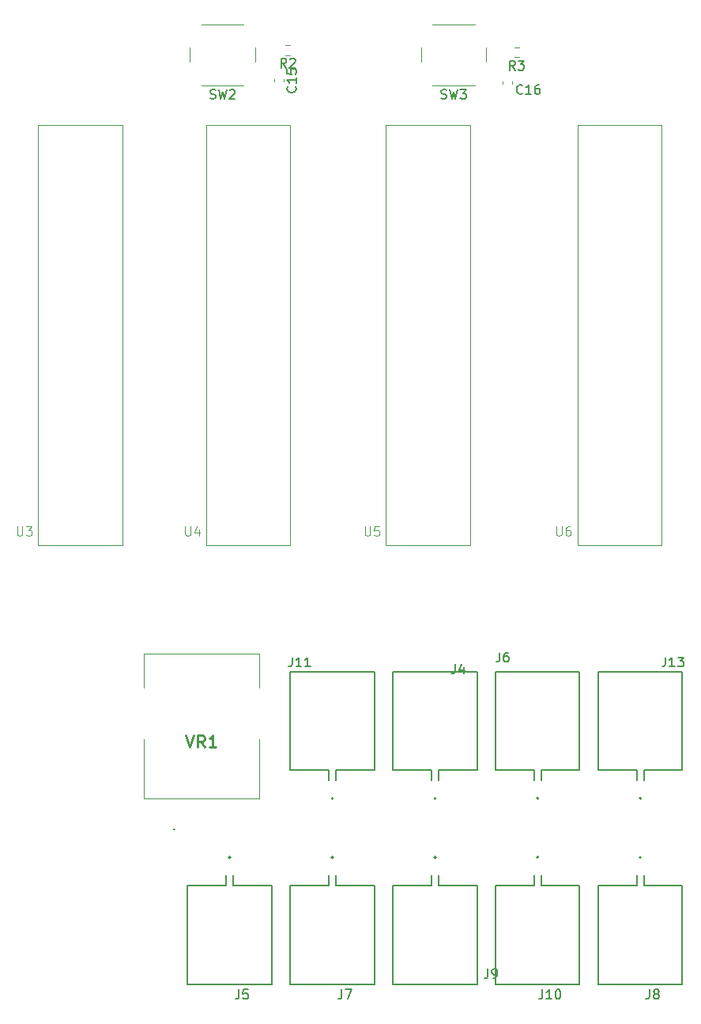
<source format=gbr>
%TF.GenerationSoftware,KiCad,Pcbnew,8.0.8*%
%TF.CreationDate,2025-01-25T01:21:00+01:00*%
%TF.ProjectId,aware01_h7,61776172-6530-4315-9f68-372e6b696361,rev?*%
%TF.SameCoordinates,Original*%
%TF.FileFunction,Legend,Top*%
%TF.FilePolarity,Positive*%
%FSLAX46Y46*%
G04 Gerber Fmt 4.6, Leading zero omitted, Abs format (unit mm)*
G04 Created by KiCad (PCBNEW 8.0.8) date 2025-01-25 01:21:00*
%MOMM*%
%LPD*%
G01*
G04 APERTURE LIST*
%ADD10C,0.100000*%
%ADD11C,0.150000*%
%ADD12C,0.254000*%
%ADD13C,0.120000*%
%ADD14C,0.127000*%
%ADD15C,0.200000*%
G04 APERTURE END LIST*
D10*
X181738095Y-93457419D02*
X181738095Y-94266942D01*
X181738095Y-94266942D02*
X181785714Y-94362180D01*
X181785714Y-94362180D02*
X181833333Y-94409800D01*
X181833333Y-94409800D02*
X181928571Y-94457419D01*
X181928571Y-94457419D02*
X182119047Y-94457419D01*
X182119047Y-94457419D02*
X182214285Y-94409800D01*
X182214285Y-94409800D02*
X182261904Y-94362180D01*
X182261904Y-94362180D02*
X182309523Y-94266942D01*
X182309523Y-94266942D02*
X182309523Y-93457419D01*
X183214285Y-93790752D02*
X183214285Y-94457419D01*
X182976190Y-93409800D02*
X182738095Y-94124085D01*
X182738095Y-94124085D02*
X183357142Y-94124085D01*
X221488095Y-93457419D02*
X221488095Y-94266942D01*
X221488095Y-94266942D02*
X221535714Y-94362180D01*
X221535714Y-94362180D02*
X221583333Y-94409800D01*
X221583333Y-94409800D02*
X221678571Y-94457419D01*
X221678571Y-94457419D02*
X221869047Y-94457419D01*
X221869047Y-94457419D02*
X221964285Y-94409800D01*
X221964285Y-94409800D02*
X222011904Y-94362180D01*
X222011904Y-94362180D02*
X222059523Y-94266942D01*
X222059523Y-94266942D02*
X222059523Y-93457419D01*
X222964285Y-93457419D02*
X222773809Y-93457419D01*
X222773809Y-93457419D02*
X222678571Y-93505038D01*
X222678571Y-93505038D02*
X222630952Y-93552657D01*
X222630952Y-93552657D02*
X222535714Y-93695514D01*
X222535714Y-93695514D02*
X222488095Y-93885990D01*
X222488095Y-93885990D02*
X222488095Y-94266942D01*
X222488095Y-94266942D02*
X222535714Y-94362180D01*
X222535714Y-94362180D02*
X222583333Y-94409800D01*
X222583333Y-94409800D02*
X222678571Y-94457419D01*
X222678571Y-94457419D02*
X222869047Y-94457419D01*
X222869047Y-94457419D02*
X222964285Y-94409800D01*
X222964285Y-94409800D02*
X223011904Y-94362180D01*
X223011904Y-94362180D02*
X223059523Y-94266942D01*
X223059523Y-94266942D02*
X223059523Y-94028847D01*
X223059523Y-94028847D02*
X223011904Y-93933609D01*
X223011904Y-93933609D02*
X222964285Y-93885990D01*
X222964285Y-93885990D02*
X222869047Y-93838371D01*
X222869047Y-93838371D02*
X222678571Y-93838371D01*
X222678571Y-93838371D02*
X222583333Y-93885990D01*
X222583333Y-93885990D02*
X222535714Y-93933609D01*
X222535714Y-93933609D02*
X222488095Y-94028847D01*
D11*
X193539580Y-46392857D02*
X193587200Y-46440476D01*
X193587200Y-46440476D02*
X193634819Y-46583333D01*
X193634819Y-46583333D02*
X193634819Y-46678571D01*
X193634819Y-46678571D02*
X193587200Y-46821428D01*
X193587200Y-46821428D02*
X193491961Y-46916666D01*
X193491961Y-46916666D02*
X193396723Y-46964285D01*
X193396723Y-46964285D02*
X193206247Y-47011904D01*
X193206247Y-47011904D02*
X193063390Y-47011904D01*
X193063390Y-47011904D02*
X192872914Y-46964285D01*
X192872914Y-46964285D02*
X192777676Y-46916666D01*
X192777676Y-46916666D02*
X192682438Y-46821428D01*
X192682438Y-46821428D02*
X192634819Y-46678571D01*
X192634819Y-46678571D02*
X192634819Y-46583333D01*
X192634819Y-46583333D02*
X192682438Y-46440476D01*
X192682438Y-46440476D02*
X192730057Y-46392857D01*
X193634819Y-45440476D02*
X193634819Y-46011904D01*
X193634819Y-45726190D02*
X192634819Y-45726190D01*
X192634819Y-45726190D02*
X192777676Y-45821428D01*
X192777676Y-45821428D02*
X192872914Y-45916666D01*
X192872914Y-45916666D02*
X192920533Y-46011904D01*
X192634819Y-44535714D02*
X192634819Y-45011904D01*
X192634819Y-45011904D02*
X193111009Y-45059523D01*
X193111009Y-45059523D02*
X193063390Y-45011904D01*
X193063390Y-45011904D02*
X193015771Y-44916666D01*
X193015771Y-44916666D02*
X193015771Y-44678571D01*
X193015771Y-44678571D02*
X193063390Y-44583333D01*
X193063390Y-44583333D02*
X193111009Y-44535714D01*
X193111009Y-44535714D02*
X193206247Y-44488095D01*
X193206247Y-44488095D02*
X193444342Y-44488095D01*
X193444342Y-44488095D02*
X193539580Y-44535714D01*
X193539580Y-44535714D02*
X193587200Y-44583333D01*
X193587200Y-44583333D02*
X193634819Y-44678571D01*
X193634819Y-44678571D02*
X193634819Y-44916666D01*
X193634819Y-44916666D02*
X193587200Y-45011904D01*
X193587200Y-45011904D02*
X193539580Y-45059523D01*
X214166666Y-140794819D02*
X214166666Y-141509104D01*
X214166666Y-141509104D02*
X214119047Y-141651961D01*
X214119047Y-141651961D02*
X214023809Y-141747200D01*
X214023809Y-141747200D02*
X213880952Y-141794819D01*
X213880952Y-141794819D02*
X213785714Y-141794819D01*
X214690476Y-141794819D02*
X214880952Y-141794819D01*
X214880952Y-141794819D02*
X214976190Y-141747200D01*
X214976190Y-141747200D02*
X215023809Y-141699580D01*
X215023809Y-141699580D02*
X215119047Y-141556723D01*
X215119047Y-141556723D02*
X215166666Y-141366247D01*
X215166666Y-141366247D02*
X215166666Y-140985295D01*
X215166666Y-140985295D02*
X215119047Y-140890057D01*
X215119047Y-140890057D02*
X215071428Y-140842438D01*
X215071428Y-140842438D02*
X214976190Y-140794819D01*
X214976190Y-140794819D02*
X214785714Y-140794819D01*
X214785714Y-140794819D02*
X214690476Y-140842438D01*
X214690476Y-140842438D02*
X214642857Y-140890057D01*
X214642857Y-140890057D02*
X214595238Y-140985295D01*
X214595238Y-140985295D02*
X214595238Y-141223390D01*
X214595238Y-141223390D02*
X214642857Y-141318628D01*
X214642857Y-141318628D02*
X214690476Y-141366247D01*
X214690476Y-141366247D02*
X214785714Y-141413866D01*
X214785714Y-141413866D02*
X214976190Y-141413866D01*
X214976190Y-141413866D02*
X215071428Y-141366247D01*
X215071428Y-141366247D02*
X215119047Y-141318628D01*
X215119047Y-141318628D02*
X215166666Y-141223390D01*
X217857142Y-47109580D02*
X217809523Y-47157200D01*
X217809523Y-47157200D02*
X217666666Y-47204819D01*
X217666666Y-47204819D02*
X217571428Y-47204819D01*
X217571428Y-47204819D02*
X217428571Y-47157200D01*
X217428571Y-47157200D02*
X217333333Y-47061961D01*
X217333333Y-47061961D02*
X217285714Y-46966723D01*
X217285714Y-46966723D02*
X217238095Y-46776247D01*
X217238095Y-46776247D02*
X217238095Y-46633390D01*
X217238095Y-46633390D02*
X217285714Y-46442914D01*
X217285714Y-46442914D02*
X217333333Y-46347676D01*
X217333333Y-46347676D02*
X217428571Y-46252438D01*
X217428571Y-46252438D02*
X217571428Y-46204819D01*
X217571428Y-46204819D02*
X217666666Y-46204819D01*
X217666666Y-46204819D02*
X217809523Y-46252438D01*
X217809523Y-46252438D02*
X217857142Y-46300057D01*
X218809523Y-47204819D02*
X218238095Y-47204819D01*
X218523809Y-47204819D02*
X218523809Y-46204819D01*
X218523809Y-46204819D02*
X218428571Y-46347676D01*
X218428571Y-46347676D02*
X218333333Y-46442914D01*
X218333333Y-46442914D02*
X218238095Y-46490533D01*
X219666666Y-46204819D02*
X219476190Y-46204819D01*
X219476190Y-46204819D02*
X219380952Y-46252438D01*
X219380952Y-46252438D02*
X219333333Y-46300057D01*
X219333333Y-46300057D02*
X219238095Y-46442914D01*
X219238095Y-46442914D02*
X219190476Y-46633390D01*
X219190476Y-46633390D02*
X219190476Y-47014342D01*
X219190476Y-47014342D02*
X219238095Y-47109580D01*
X219238095Y-47109580D02*
X219285714Y-47157200D01*
X219285714Y-47157200D02*
X219380952Y-47204819D01*
X219380952Y-47204819D02*
X219571428Y-47204819D01*
X219571428Y-47204819D02*
X219666666Y-47157200D01*
X219666666Y-47157200D02*
X219714285Y-47109580D01*
X219714285Y-47109580D02*
X219761904Y-47014342D01*
X219761904Y-47014342D02*
X219761904Y-46776247D01*
X219761904Y-46776247D02*
X219714285Y-46681009D01*
X219714285Y-46681009D02*
X219666666Y-46633390D01*
X219666666Y-46633390D02*
X219571428Y-46585771D01*
X219571428Y-46585771D02*
X219380952Y-46585771D01*
X219380952Y-46585771D02*
X219285714Y-46633390D01*
X219285714Y-46633390D02*
X219238095Y-46681009D01*
X219238095Y-46681009D02*
X219190476Y-46776247D01*
X209166667Y-47657200D02*
X209309524Y-47704819D01*
X209309524Y-47704819D02*
X209547619Y-47704819D01*
X209547619Y-47704819D02*
X209642857Y-47657200D01*
X209642857Y-47657200D02*
X209690476Y-47609580D01*
X209690476Y-47609580D02*
X209738095Y-47514342D01*
X209738095Y-47514342D02*
X209738095Y-47419104D01*
X209738095Y-47419104D02*
X209690476Y-47323866D01*
X209690476Y-47323866D02*
X209642857Y-47276247D01*
X209642857Y-47276247D02*
X209547619Y-47228628D01*
X209547619Y-47228628D02*
X209357143Y-47181009D01*
X209357143Y-47181009D02*
X209261905Y-47133390D01*
X209261905Y-47133390D02*
X209214286Y-47085771D01*
X209214286Y-47085771D02*
X209166667Y-46990533D01*
X209166667Y-46990533D02*
X209166667Y-46895295D01*
X209166667Y-46895295D02*
X209214286Y-46800057D01*
X209214286Y-46800057D02*
X209261905Y-46752438D01*
X209261905Y-46752438D02*
X209357143Y-46704819D01*
X209357143Y-46704819D02*
X209595238Y-46704819D01*
X209595238Y-46704819D02*
X209738095Y-46752438D01*
X210071429Y-46704819D02*
X210309524Y-47704819D01*
X210309524Y-47704819D02*
X210500000Y-46990533D01*
X210500000Y-46990533D02*
X210690476Y-47704819D01*
X210690476Y-47704819D02*
X210928572Y-46704819D01*
X211214286Y-46704819D02*
X211833333Y-46704819D01*
X211833333Y-46704819D02*
X211500000Y-47085771D01*
X211500000Y-47085771D02*
X211642857Y-47085771D01*
X211642857Y-47085771D02*
X211738095Y-47133390D01*
X211738095Y-47133390D02*
X211785714Y-47181009D01*
X211785714Y-47181009D02*
X211833333Y-47276247D01*
X211833333Y-47276247D02*
X211833333Y-47514342D01*
X211833333Y-47514342D02*
X211785714Y-47609580D01*
X211785714Y-47609580D02*
X211738095Y-47657200D01*
X211738095Y-47657200D02*
X211642857Y-47704819D01*
X211642857Y-47704819D02*
X211357143Y-47704819D01*
X211357143Y-47704819D02*
X211261905Y-47657200D01*
X211261905Y-47657200D02*
X211214286Y-47609580D01*
D12*
X181836905Y-115804318D02*
X182260238Y-117074318D01*
X182260238Y-117074318D02*
X182683572Y-115804318D01*
X183832619Y-117074318D02*
X183409285Y-116469556D01*
X183106904Y-117074318D02*
X183106904Y-115804318D01*
X183106904Y-115804318D02*
X183590714Y-115804318D01*
X183590714Y-115804318D02*
X183711666Y-115864794D01*
X183711666Y-115864794D02*
X183772143Y-115925270D01*
X183772143Y-115925270D02*
X183832619Y-116046222D01*
X183832619Y-116046222D02*
X183832619Y-116227651D01*
X183832619Y-116227651D02*
X183772143Y-116348603D01*
X183772143Y-116348603D02*
X183711666Y-116409080D01*
X183711666Y-116409080D02*
X183590714Y-116469556D01*
X183590714Y-116469556D02*
X183106904Y-116469556D01*
X185042143Y-117074318D02*
X184316428Y-117074318D01*
X184679285Y-117074318D02*
X184679285Y-115804318D01*
X184679285Y-115804318D02*
X184558333Y-115985746D01*
X184558333Y-115985746D02*
X184437381Y-116106699D01*
X184437381Y-116106699D02*
X184316428Y-116167175D01*
D10*
X163738095Y-93457419D02*
X163738095Y-94266942D01*
X163738095Y-94266942D02*
X163785714Y-94362180D01*
X163785714Y-94362180D02*
X163833333Y-94409800D01*
X163833333Y-94409800D02*
X163928571Y-94457419D01*
X163928571Y-94457419D02*
X164119047Y-94457419D01*
X164119047Y-94457419D02*
X164214285Y-94409800D01*
X164214285Y-94409800D02*
X164261904Y-94362180D01*
X164261904Y-94362180D02*
X164309523Y-94266942D01*
X164309523Y-94266942D02*
X164309523Y-93457419D01*
X164690476Y-93457419D02*
X165309523Y-93457419D01*
X165309523Y-93457419D02*
X164976190Y-93838371D01*
X164976190Y-93838371D02*
X165119047Y-93838371D01*
X165119047Y-93838371D02*
X165214285Y-93885990D01*
X165214285Y-93885990D02*
X165261904Y-93933609D01*
X165261904Y-93933609D02*
X165309523Y-94028847D01*
X165309523Y-94028847D02*
X165309523Y-94266942D01*
X165309523Y-94266942D02*
X165261904Y-94362180D01*
X165261904Y-94362180D02*
X165214285Y-94409800D01*
X165214285Y-94409800D02*
X165119047Y-94457419D01*
X165119047Y-94457419D02*
X164833333Y-94457419D01*
X164833333Y-94457419D02*
X164738095Y-94409800D01*
X164738095Y-94409800D02*
X164690476Y-94362180D01*
D11*
X192583333Y-44384819D02*
X192250000Y-43908628D01*
X192011905Y-44384819D02*
X192011905Y-43384819D01*
X192011905Y-43384819D02*
X192392857Y-43384819D01*
X192392857Y-43384819D02*
X192488095Y-43432438D01*
X192488095Y-43432438D02*
X192535714Y-43480057D01*
X192535714Y-43480057D02*
X192583333Y-43575295D01*
X192583333Y-43575295D02*
X192583333Y-43718152D01*
X192583333Y-43718152D02*
X192535714Y-43813390D01*
X192535714Y-43813390D02*
X192488095Y-43861009D01*
X192488095Y-43861009D02*
X192392857Y-43908628D01*
X192392857Y-43908628D02*
X192011905Y-43908628D01*
X192964286Y-43480057D02*
X193011905Y-43432438D01*
X193011905Y-43432438D02*
X193107143Y-43384819D01*
X193107143Y-43384819D02*
X193345238Y-43384819D01*
X193345238Y-43384819D02*
X193440476Y-43432438D01*
X193440476Y-43432438D02*
X193488095Y-43480057D01*
X193488095Y-43480057D02*
X193535714Y-43575295D01*
X193535714Y-43575295D02*
X193535714Y-43670533D01*
X193535714Y-43670533D02*
X193488095Y-43813390D01*
X193488095Y-43813390D02*
X192916667Y-44384819D01*
X192916667Y-44384819D02*
X193535714Y-44384819D01*
X233190476Y-107454819D02*
X233190476Y-108169104D01*
X233190476Y-108169104D02*
X233142857Y-108311961D01*
X233142857Y-108311961D02*
X233047619Y-108407200D01*
X233047619Y-108407200D02*
X232904762Y-108454819D01*
X232904762Y-108454819D02*
X232809524Y-108454819D01*
X234190476Y-108454819D02*
X233619048Y-108454819D01*
X233904762Y-108454819D02*
X233904762Y-107454819D01*
X233904762Y-107454819D02*
X233809524Y-107597676D01*
X233809524Y-107597676D02*
X233714286Y-107692914D01*
X233714286Y-107692914D02*
X233619048Y-107740533D01*
X234523810Y-107454819D02*
X235142857Y-107454819D01*
X235142857Y-107454819D02*
X234809524Y-107835771D01*
X234809524Y-107835771D02*
X234952381Y-107835771D01*
X234952381Y-107835771D02*
X235047619Y-107883390D01*
X235047619Y-107883390D02*
X235095238Y-107931009D01*
X235095238Y-107931009D02*
X235142857Y-108026247D01*
X235142857Y-108026247D02*
X235142857Y-108264342D01*
X235142857Y-108264342D02*
X235095238Y-108359580D01*
X235095238Y-108359580D02*
X235047619Y-108407200D01*
X235047619Y-108407200D02*
X234952381Y-108454819D01*
X234952381Y-108454819D02*
X234666667Y-108454819D01*
X234666667Y-108454819D02*
X234571429Y-108407200D01*
X234571429Y-108407200D02*
X234523810Y-108359580D01*
X231491666Y-143009819D02*
X231491666Y-143724104D01*
X231491666Y-143724104D02*
X231444047Y-143866961D01*
X231444047Y-143866961D02*
X231348809Y-143962200D01*
X231348809Y-143962200D02*
X231205952Y-144009819D01*
X231205952Y-144009819D02*
X231110714Y-144009819D01*
X232110714Y-143438390D02*
X232015476Y-143390771D01*
X232015476Y-143390771D02*
X231967857Y-143343152D01*
X231967857Y-143343152D02*
X231920238Y-143247914D01*
X231920238Y-143247914D02*
X231920238Y-143200295D01*
X231920238Y-143200295D02*
X231967857Y-143105057D01*
X231967857Y-143105057D02*
X232015476Y-143057438D01*
X232015476Y-143057438D02*
X232110714Y-143009819D01*
X232110714Y-143009819D02*
X232301190Y-143009819D01*
X232301190Y-143009819D02*
X232396428Y-143057438D01*
X232396428Y-143057438D02*
X232444047Y-143105057D01*
X232444047Y-143105057D02*
X232491666Y-143200295D01*
X232491666Y-143200295D02*
X232491666Y-143247914D01*
X232491666Y-143247914D02*
X232444047Y-143343152D01*
X232444047Y-143343152D02*
X232396428Y-143390771D01*
X232396428Y-143390771D02*
X232301190Y-143438390D01*
X232301190Y-143438390D02*
X232110714Y-143438390D01*
X232110714Y-143438390D02*
X232015476Y-143486009D01*
X232015476Y-143486009D02*
X231967857Y-143533628D01*
X231967857Y-143533628D02*
X231920238Y-143628866D01*
X231920238Y-143628866D02*
X231920238Y-143819342D01*
X231920238Y-143819342D02*
X231967857Y-143914580D01*
X231967857Y-143914580D02*
X232015476Y-143962200D01*
X232015476Y-143962200D02*
X232110714Y-144009819D01*
X232110714Y-144009819D02*
X232301190Y-144009819D01*
X232301190Y-144009819D02*
X232396428Y-143962200D01*
X232396428Y-143962200D02*
X232444047Y-143914580D01*
X232444047Y-143914580D02*
X232491666Y-143819342D01*
X232491666Y-143819342D02*
X232491666Y-143628866D01*
X232491666Y-143628866D02*
X232444047Y-143533628D01*
X232444047Y-143533628D02*
X232396428Y-143486009D01*
X232396428Y-143486009D02*
X232301190Y-143438390D01*
X210666666Y-108204819D02*
X210666666Y-108919104D01*
X210666666Y-108919104D02*
X210619047Y-109061961D01*
X210619047Y-109061961D02*
X210523809Y-109157200D01*
X210523809Y-109157200D02*
X210380952Y-109204819D01*
X210380952Y-109204819D02*
X210285714Y-109204819D01*
X211571428Y-108538152D02*
X211571428Y-109204819D01*
X211333333Y-108157200D02*
X211095238Y-108871485D01*
X211095238Y-108871485D02*
X211714285Y-108871485D01*
X217083333Y-44634819D02*
X216750000Y-44158628D01*
X216511905Y-44634819D02*
X216511905Y-43634819D01*
X216511905Y-43634819D02*
X216892857Y-43634819D01*
X216892857Y-43634819D02*
X216988095Y-43682438D01*
X216988095Y-43682438D02*
X217035714Y-43730057D01*
X217035714Y-43730057D02*
X217083333Y-43825295D01*
X217083333Y-43825295D02*
X217083333Y-43968152D01*
X217083333Y-43968152D02*
X217035714Y-44063390D01*
X217035714Y-44063390D02*
X216988095Y-44111009D01*
X216988095Y-44111009D02*
X216892857Y-44158628D01*
X216892857Y-44158628D02*
X216511905Y-44158628D01*
X217416667Y-43634819D02*
X218035714Y-43634819D01*
X218035714Y-43634819D02*
X217702381Y-44015771D01*
X217702381Y-44015771D02*
X217845238Y-44015771D01*
X217845238Y-44015771D02*
X217940476Y-44063390D01*
X217940476Y-44063390D02*
X217988095Y-44111009D01*
X217988095Y-44111009D02*
X218035714Y-44206247D01*
X218035714Y-44206247D02*
X218035714Y-44444342D01*
X218035714Y-44444342D02*
X217988095Y-44539580D01*
X217988095Y-44539580D02*
X217940476Y-44587200D01*
X217940476Y-44587200D02*
X217845238Y-44634819D01*
X217845238Y-44634819D02*
X217559524Y-44634819D01*
X217559524Y-44634819D02*
X217464286Y-44587200D01*
X217464286Y-44587200D02*
X217416667Y-44539580D01*
X187491666Y-143009819D02*
X187491666Y-143724104D01*
X187491666Y-143724104D02*
X187444047Y-143866961D01*
X187444047Y-143866961D02*
X187348809Y-143962200D01*
X187348809Y-143962200D02*
X187205952Y-144009819D01*
X187205952Y-144009819D02*
X187110714Y-144009819D01*
X188444047Y-143009819D02*
X187967857Y-143009819D01*
X187967857Y-143009819D02*
X187920238Y-143486009D01*
X187920238Y-143486009D02*
X187967857Y-143438390D01*
X187967857Y-143438390D02*
X188063095Y-143390771D01*
X188063095Y-143390771D02*
X188301190Y-143390771D01*
X188301190Y-143390771D02*
X188396428Y-143438390D01*
X188396428Y-143438390D02*
X188444047Y-143486009D01*
X188444047Y-143486009D02*
X188491666Y-143581247D01*
X188491666Y-143581247D02*
X188491666Y-143819342D01*
X188491666Y-143819342D02*
X188444047Y-143914580D01*
X188444047Y-143914580D02*
X188396428Y-143962200D01*
X188396428Y-143962200D02*
X188301190Y-144009819D01*
X188301190Y-144009819D02*
X188063095Y-144009819D01*
X188063095Y-144009819D02*
X187967857Y-143962200D01*
X187967857Y-143962200D02*
X187920238Y-143914580D01*
X193190476Y-107454819D02*
X193190476Y-108169104D01*
X193190476Y-108169104D02*
X193142857Y-108311961D01*
X193142857Y-108311961D02*
X193047619Y-108407200D01*
X193047619Y-108407200D02*
X192904762Y-108454819D01*
X192904762Y-108454819D02*
X192809524Y-108454819D01*
X194190476Y-108454819D02*
X193619048Y-108454819D01*
X193904762Y-108454819D02*
X193904762Y-107454819D01*
X193904762Y-107454819D02*
X193809524Y-107597676D01*
X193809524Y-107597676D02*
X193714286Y-107692914D01*
X193714286Y-107692914D02*
X193619048Y-107740533D01*
X195142857Y-108454819D02*
X194571429Y-108454819D01*
X194857143Y-108454819D02*
X194857143Y-107454819D01*
X194857143Y-107454819D02*
X194761905Y-107597676D01*
X194761905Y-107597676D02*
X194666667Y-107692914D01*
X194666667Y-107692914D02*
X194571429Y-107740533D01*
X198491666Y-143009819D02*
X198491666Y-143724104D01*
X198491666Y-143724104D02*
X198444047Y-143866961D01*
X198444047Y-143866961D02*
X198348809Y-143962200D01*
X198348809Y-143962200D02*
X198205952Y-144009819D01*
X198205952Y-144009819D02*
X198110714Y-144009819D01*
X198872619Y-143009819D02*
X199539285Y-143009819D01*
X199539285Y-143009819D02*
X199110714Y-144009819D01*
D10*
X200988095Y-93457419D02*
X200988095Y-94266942D01*
X200988095Y-94266942D02*
X201035714Y-94362180D01*
X201035714Y-94362180D02*
X201083333Y-94409800D01*
X201083333Y-94409800D02*
X201178571Y-94457419D01*
X201178571Y-94457419D02*
X201369047Y-94457419D01*
X201369047Y-94457419D02*
X201464285Y-94409800D01*
X201464285Y-94409800D02*
X201511904Y-94362180D01*
X201511904Y-94362180D02*
X201559523Y-94266942D01*
X201559523Y-94266942D02*
X201559523Y-93457419D01*
X202511904Y-93457419D02*
X202035714Y-93457419D01*
X202035714Y-93457419D02*
X201988095Y-93933609D01*
X201988095Y-93933609D02*
X202035714Y-93885990D01*
X202035714Y-93885990D02*
X202130952Y-93838371D01*
X202130952Y-93838371D02*
X202369047Y-93838371D01*
X202369047Y-93838371D02*
X202464285Y-93885990D01*
X202464285Y-93885990D02*
X202511904Y-93933609D01*
X202511904Y-93933609D02*
X202559523Y-94028847D01*
X202559523Y-94028847D02*
X202559523Y-94266942D01*
X202559523Y-94266942D02*
X202511904Y-94362180D01*
X202511904Y-94362180D02*
X202464285Y-94409800D01*
X202464285Y-94409800D02*
X202369047Y-94457419D01*
X202369047Y-94457419D02*
X202130952Y-94457419D01*
X202130952Y-94457419D02*
X202035714Y-94409800D01*
X202035714Y-94409800D02*
X201988095Y-94362180D01*
D11*
X184416667Y-47657200D02*
X184559524Y-47704819D01*
X184559524Y-47704819D02*
X184797619Y-47704819D01*
X184797619Y-47704819D02*
X184892857Y-47657200D01*
X184892857Y-47657200D02*
X184940476Y-47609580D01*
X184940476Y-47609580D02*
X184988095Y-47514342D01*
X184988095Y-47514342D02*
X184988095Y-47419104D01*
X184988095Y-47419104D02*
X184940476Y-47323866D01*
X184940476Y-47323866D02*
X184892857Y-47276247D01*
X184892857Y-47276247D02*
X184797619Y-47228628D01*
X184797619Y-47228628D02*
X184607143Y-47181009D01*
X184607143Y-47181009D02*
X184511905Y-47133390D01*
X184511905Y-47133390D02*
X184464286Y-47085771D01*
X184464286Y-47085771D02*
X184416667Y-46990533D01*
X184416667Y-46990533D02*
X184416667Y-46895295D01*
X184416667Y-46895295D02*
X184464286Y-46800057D01*
X184464286Y-46800057D02*
X184511905Y-46752438D01*
X184511905Y-46752438D02*
X184607143Y-46704819D01*
X184607143Y-46704819D02*
X184845238Y-46704819D01*
X184845238Y-46704819D02*
X184988095Y-46752438D01*
X185321429Y-46704819D02*
X185559524Y-47704819D01*
X185559524Y-47704819D02*
X185750000Y-46990533D01*
X185750000Y-46990533D02*
X185940476Y-47704819D01*
X185940476Y-47704819D02*
X186178572Y-46704819D01*
X186511905Y-46800057D02*
X186559524Y-46752438D01*
X186559524Y-46752438D02*
X186654762Y-46704819D01*
X186654762Y-46704819D02*
X186892857Y-46704819D01*
X186892857Y-46704819D02*
X186988095Y-46752438D01*
X186988095Y-46752438D02*
X187035714Y-46800057D01*
X187035714Y-46800057D02*
X187083333Y-46895295D01*
X187083333Y-46895295D02*
X187083333Y-46990533D01*
X187083333Y-46990533D02*
X187035714Y-47133390D01*
X187035714Y-47133390D02*
X186464286Y-47704819D01*
X186464286Y-47704819D02*
X187083333Y-47704819D01*
X220015476Y-143009819D02*
X220015476Y-143724104D01*
X220015476Y-143724104D02*
X219967857Y-143866961D01*
X219967857Y-143866961D02*
X219872619Y-143962200D01*
X219872619Y-143962200D02*
X219729762Y-144009819D01*
X219729762Y-144009819D02*
X219634524Y-144009819D01*
X221015476Y-144009819D02*
X220444048Y-144009819D01*
X220729762Y-144009819D02*
X220729762Y-143009819D01*
X220729762Y-143009819D02*
X220634524Y-143152676D01*
X220634524Y-143152676D02*
X220539286Y-143247914D01*
X220539286Y-143247914D02*
X220444048Y-143295533D01*
X221634524Y-143009819D02*
X221729762Y-143009819D01*
X221729762Y-143009819D02*
X221825000Y-143057438D01*
X221825000Y-143057438D02*
X221872619Y-143105057D01*
X221872619Y-143105057D02*
X221920238Y-143200295D01*
X221920238Y-143200295D02*
X221967857Y-143390771D01*
X221967857Y-143390771D02*
X221967857Y-143628866D01*
X221967857Y-143628866D02*
X221920238Y-143819342D01*
X221920238Y-143819342D02*
X221872619Y-143914580D01*
X221872619Y-143914580D02*
X221825000Y-143962200D01*
X221825000Y-143962200D02*
X221729762Y-144009819D01*
X221729762Y-144009819D02*
X221634524Y-144009819D01*
X221634524Y-144009819D02*
X221539286Y-143962200D01*
X221539286Y-143962200D02*
X221491667Y-143914580D01*
X221491667Y-143914580D02*
X221444048Y-143819342D01*
X221444048Y-143819342D02*
X221396429Y-143628866D01*
X221396429Y-143628866D02*
X221396429Y-143390771D01*
X221396429Y-143390771D02*
X221444048Y-143200295D01*
X221444048Y-143200295D02*
X221491667Y-143105057D01*
X221491667Y-143105057D02*
X221539286Y-143057438D01*
X221539286Y-143057438D02*
X221634524Y-143009819D01*
X215416666Y-106954819D02*
X215416666Y-107669104D01*
X215416666Y-107669104D02*
X215369047Y-107811961D01*
X215369047Y-107811961D02*
X215273809Y-107907200D01*
X215273809Y-107907200D02*
X215130952Y-107954819D01*
X215130952Y-107954819D02*
X215035714Y-107954819D01*
X216321428Y-106954819D02*
X216130952Y-106954819D01*
X216130952Y-106954819D02*
X216035714Y-107002438D01*
X216035714Y-107002438D02*
X215988095Y-107050057D01*
X215988095Y-107050057D02*
X215892857Y-107192914D01*
X215892857Y-107192914D02*
X215845238Y-107383390D01*
X215845238Y-107383390D02*
X215845238Y-107764342D01*
X215845238Y-107764342D02*
X215892857Y-107859580D01*
X215892857Y-107859580D02*
X215940476Y-107907200D01*
X215940476Y-107907200D02*
X216035714Y-107954819D01*
X216035714Y-107954819D02*
X216226190Y-107954819D01*
X216226190Y-107954819D02*
X216321428Y-107907200D01*
X216321428Y-107907200D02*
X216369047Y-107859580D01*
X216369047Y-107859580D02*
X216416666Y-107764342D01*
X216416666Y-107764342D02*
X216416666Y-107526247D01*
X216416666Y-107526247D02*
X216369047Y-107431009D01*
X216369047Y-107431009D02*
X216321428Y-107383390D01*
X216321428Y-107383390D02*
X216226190Y-107335771D01*
X216226190Y-107335771D02*
X216035714Y-107335771D01*
X216035714Y-107335771D02*
X215940476Y-107383390D01*
X215940476Y-107383390D02*
X215892857Y-107431009D01*
X215892857Y-107431009D02*
X215845238Y-107526247D01*
%TO.C,U4*%
D10*
X184000000Y-95500000D02*
X193000000Y-95500000D01*
X193000000Y-50500000D01*
X184000000Y-50500000D01*
X184000000Y-95500000D01*
%TO.C,U6*%
X223750000Y-95500000D02*
X232750000Y-95500000D01*
X232750000Y-50500000D01*
X223750000Y-50500000D01*
X223750000Y-95500000D01*
D13*
%TO.C,C15*%
X191240000Y-45609420D02*
X191240000Y-45890580D01*
X192260000Y-45609420D02*
X192260000Y-45890580D01*
D14*
%TO.C,J9*%
X204000000Y-131920000D02*
X204000000Y-142420000D01*
X208100000Y-130815000D02*
X208100000Y-131920000D01*
X208100000Y-131920000D02*
X204000000Y-131920000D01*
X208900000Y-131920000D02*
X208900000Y-130815000D01*
X213000000Y-131920000D02*
X208900000Y-131920000D01*
X213000000Y-142420000D02*
X204000000Y-142420000D01*
X213000000Y-142420000D02*
X213000000Y-131920000D01*
D15*
X208600000Y-128870000D02*
G75*
G02*
X208400000Y-128870000I-100000J0D01*
G01*
X208400000Y-128870000D02*
G75*
G02*
X208600000Y-128870000I100000J0D01*
G01*
D13*
%TO.C,C16*%
X215740000Y-45859420D02*
X215740000Y-46140580D01*
X216760000Y-45859420D02*
X216760000Y-46140580D01*
%TO.C,SW3*%
X207000000Y-42250000D02*
X207000000Y-43750000D01*
X208250000Y-46250000D02*
X212750000Y-46250000D01*
X212750000Y-39750000D02*
X208250000Y-39750000D01*
X214000000Y-43750000D02*
X214000000Y-42250000D01*
D10*
%TO.C,VR1*%
X177350000Y-107075000D02*
X177350000Y-107075000D01*
X177350000Y-107075000D02*
X177350000Y-107075000D01*
X177350000Y-107075000D02*
X177350000Y-110725000D01*
X177350000Y-107075000D02*
X189650000Y-107075000D01*
X177350000Y-110725000D02*
X177350000Y-107075000D01*
X177350000Y-110725000D02*
X177350000Y-110725000D01*
X177350000Y-116225000D02*
X177350000Y-116225000D01*
X177350000Y-116225000D02*
X177350000Y-122575000D01*
X177350000Y-122575000D02*
X177350000Y-116225000D01*
X177350000Y-122575000D02*
X177350000Y-122575000D01*
X177350000Y-122575000D02*
X177350000Y-122575000D01*
X177350000Y-122575000D02*
X189650000Y-122575000D01*
D15*
X180500000Y-125875000D02*
X180500000Y-125875000D01*
X180500000Y-125875000D02*
X180500000Y-125875000D01*
X180600000Y-125875000D02*
X180600000Y-125875000D01*
D10*
X189650000Y-107075000D02*
X177350000Y-107075000D01*
X189650000Y-107075000D02*
X189650000Y-107075000D01*
X189650000Y-107075000D02*
X189650000Y-107075000D01*
X189650000Y-107075000D02*
X189650000Y-110725000D01*
X189650000Y-110725000D02*
X189650000Y-107075000D01*
X189650000Y-110725000D02*
X189650000Y-110725000D01*
X189650000Y-116225000D02*
X189650000Y-116225000D01*
X189650000Y-116225000D02*
X189650000Y-122575000D01*
X189650000Y-122575000D02*
X177350000Y-122575000D01*
X189650000Y-122575000D02*
X189650000Y-116225000D01*
X189650000Y-122575000D02*
X189650000Y-122575000D01*
X189650000Y-122575000D02*
X189650000Y-122575000D01*
D15*
X180500000Y-125875000D02*
G75*
G02*
X180600000Y-125875000I50000J0D01*
G01*
X180600000Y-125875000D02*
G75*
G02*
X180500000Y-125875000I-50000J0D01*
G01*
X180600000Y-125875000D02*
G75*
G02*
X180500000Y-125875000I-50000J0D01*
G01*
%TO.C,U3*%
D10*
X166000000Y-95500000D02*
X175000000Y-95500000D01*
X175000000Y-50500000D01*
X166000000Y-50500000D01*
X166000000Y-95500000D01*
D13*
%TO.C,R2*%
X193004724Y-41977500D02*
X192495276Y-41977500D01*
X193004724Y-43022500D02*
X192495276Y-43022500D01*
D14*
%TO.C,J13*%
X226000000Y-109000000D02*
X226000000Y-119500000D01*
X226000000Y-109000000D02*
X235000000Y-109000000D01*
X226000000Y-119500000D02*
X230100000Y-119500000D01*
X230100000Y-119500000D02*
X230100000Y-120605000D01*
X230900000Y-119500000D02*
X235000000Y-119500000D01*
X230900000Y-120605000D02*
X230900000Y-119500000D01*
X235000000Y-119500000D02*
X235000000Y-109000000D01*
D15*
X230600000Y-122550000D02*
G75*
G02*
X230400000Y-122550000I-100000J0D01*
G01*
X230400000Y-122550000D02*
G75*
G02*
X230600000Y-122550000I100000J0D01*
G01*
D14*
%TO.C,J8*%
X226000000Y-131920000D02*
X226000000Y-142420000D01*
X230100000Y-130815000D02*
X230100000Y-131920000D01*
X230100000Y-131920000D02*
X226000000Y-131920000D01*
X230900000Y-131920000D02*
X230900000Y-130815000D01*
X235000000Y-131920000D02*
X230900000Y-131920000D01*
X235000000Y-142420000D02*
X226000000Y-142420000D01*
X235000000Y-142420000D02*
X235000000Y-131920000D01*
D15*
X230600000Y-128870000D02*
G75*
G02*
X230400000Y-128870000I-100000J0D01*
G01*
X230400000Y-128870000D02*
G75*
G02*
X230600000Y-128870000I100000J0D01*
G01*
D14*
%TO.C,J4*%
X204000000Y-109000000D02*
X204000000Y-119500000D01*
X204000000Y-109000000D02*
X213000000Y-109000000D01*
X204000000Y-119500000D02*
X208100000Y-119500000D01*
X208100000Y-119500000D02*
X208100000Y-120605000D01*
X208900000Y-119500000D02*
X213000000Y-119500000D01*
X208900000Y-120605000D02*
X208900000Y-119500000D01*
X213000000Y-119500000D02*
X213000000Y-109000000D01*
D15*
X208600000Y-122550000D02*
G75*
G02*
X208400000Y-122550000I-100000J0D01*
G01*
X208400000Y-122550000D02*
G75*
G02*
X208600000Y-122550000I100000J0D01*
G01*
D13*
%TO.C,R3*%
X217504724Y-42227500D02*
X216995276Y-42227500D01*
X217504724Y-43272500D02*
X216995276Y-43272500D01*
D14*
%TO.C,J5*%
X182000000Y-131920000D02*
X182000000Y-142420000D01*
X186100000Y-130815000D02*
X186100000Y-131920000D01*
X186100000Y-131920000D02*
X182000000Y-131920000D01*
X186900000Y-131920000D02*
X186900000Y-130815000D01*
X191000000Y-131920000D02*
X186900000Y-131920000D01*
X191000000Y-142420000D02*
X182000000Y-142420000D01*
X191000000Y-142420000D02*
X191000000Y-131920000D01*
D15*
X186600000Y-128870000D02*
G75*
G02*
X186400000Y-128870000I-100000J0D01*
G01*
X186400000Y-128870000D02*
G75*
G02*
X186600000Y-128870000I100000J0D01*
G01*
D14*
%TO.C,J11*%
X193000000Y-109000000D02*
X193000000Y-119500000D01*
X193000000Y-109000000D02*
X202000000Y-109000000D01*
X193000000Y-119500000D02*
X197100000Y-119500000D01*
X197100000Y-119500000D02*
X197100000Y-120605000D01*
X197900000Y-119500000D02*
X202000000Y-119500000D01*
X197900000Y-120605000D02*
X197900000Y-119500000D01*
X202000000Y-119500000D02*
X202000000Y-109000000D01*
D15*
X197600000Y-122550000D02*
G75*
G02*
X197400000Y-122550000I-100000J0D01*
G01*
X197400000Y-122550000D02*
G75*
G02*
X197600000Y-122550000I100000J0D01*
G01*
D14*
%TO.C,J7*%
X193000000Y-131920000D02*
X193000000Y-142420000D01*
X197100000Y-130815000D02*
X197100000Y-131920000D01*
X197100000Y-131920000D02*
X193000000Y-131920000D01*
X197900000Y-131920000D02*
X197900000Y-130815000D01*
X202000000Y-131920000D02*
X197900000Y-131920000D01*
X202000000Y-142420000D02*
X193000000Y-142420000D01*
X202000000Y-142420000D02*
X202000000Y-131920000D01*
D15*
X197600000Y-128870000D02*
G75*
G02*
X197400000Y-128870000I-100000J0D01*
G01*
X197400000Y-128870000D02*
G75*
G02*
X197600000Y-128870000I100000J0D01*
G01*
%TO.C,U5*%
D10*
X203250000Y-95500000D02*
X212250000Y-95500000D01*
X212250000Y-50500000D01*
X203250000Y-50500000D01*
X203250000Y-95500000D01*
D13*
%TO.C,SW2*%
X182250000Y-42250000D02*
X182250000Y-43750000D01*
X183500000Y-46250000D02*
X188000000Y-46250000D01*
X188000000Y-39750000D02*
X183500000Y-39750000D01*
X189250000Y-43750000D02*
X189250000Y-42250000D01*
D14*
%TO.C,J10*%
X215000000Y-131920000D02*
X215000000Y-142420000D01*
X219100000Y-130815000D02*
X219100000Y-131920000D01*
X219100000Y-131920000D02*
X215000000Y-131920000D01*
X219900000Y-131920000D02*
X219900000Y-130815000D01*
X224000000Y-131920000D02*
X219900000Y-131920000D01*
X224000000Y-142420000D02*
X215000000Y-142420000D01*
X224000000Y-142420000D02*
X224000000Y-131920000D01*
D15*
X219600000Y-128870000D02*
G75*
G02*
X219400000Y-128870000I-100000J0D01*
G01*
X219400000Y-128870000D02*
G75*
G02*
X219600000Y-128870000I100000J0D01*
G01*
D14*
%TO.C,J6*%
X215000000Y-109000000D02*
X215000000Y-119500000D01*
X215000000Y-109000000D02*
X224000000Y-109000000D01*
X215000000Y-119500000D02*
X219100000Y-119500000D01*
X219100000Y-119500000D02*
X219100000Y-120605000D01*
X219900000Y-119500000D02*
X224000000Y-119500000D01*
X219900000Y-120605000D02*
X219900000Y-119500000D01*
X224000000Y-119500000D02*
X224000000Y-109000000D01*
D15*
X219600000Y-122550000D02*
G75*
G02*
X219400000Y-122550000I-100000J0D01*
G01*
X219400000Y-122550000D02*
G75*
G02*
X219600000Y-122550000I100000J0D01*
G01*
%TD*%
M02*

</source>
